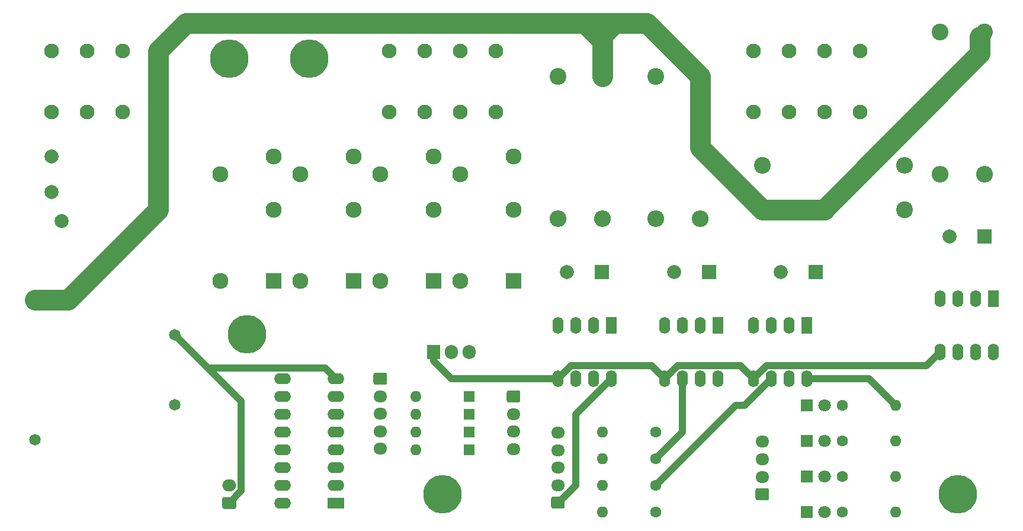
<source format=gbr>
%TF.GenerationSoftware,KiCad,Pcbnew,(5.1.6)-1*%
%TF.CreationDate,2021-09-18T17:58:05+02:00*%
%TF.ProjectId,hamodule,68616d6f-6475-46c6-952e-6b696361645f,rev?*%
%TF.SameCoordinates,Original*%
%TF.FileFunction,Copper,L2,Bot*%
%TF.FilePolarity,Positive*%
%FSLAX46Y46*%
G04 Gerber Fmt 4.6, Leading zero omitted, Abs format (unit mm)*
G04 Created by KiCad (PCBNEW (5.1.6)-1) date 2021-09-18 17:58:05*
%MOMM*%
%LPD*%
G01*
G04 APERTURE LIST*
%TA.AperFunction,ComponentPad*%
%ADD10R,2.400000X1.600000*%
%TD*%
%TA.AperFunction,ComponentPad*%
%ADD11O,2.400000X1.600000*%
%TD*%
%TA.AperFunction,ComponentPad*%
%ADD12O,1.600000X1.600000*%
%TD*%
%TA.AperFunction,ComponentPad*%
%ADD13R,1.600000X1.600000*%
%TD*%
%TA.AperFunction,ComponentPad*%
%ADD14O,1.950000X1.700000*%
%TD*%
%TA.AperFunction,ComponentPad*%
%ADD15C,2.000000*%
%TD*%
%TA.AperFunction,ComponentPad*%
%ADD16R,2.000000X2.000000*%
%TD*%
%TA.AperFunction,ComponentPad*%
%ADD17O,1.600000X2.400000*%
%TD*%
%TA.AperFunction,ComponentPad*%
%ADD18R,1.600000X2.400000*%
%TD*%
%TA.AperFunction,ComponentPad*%
%ADD19O,1.905000X2.000000*%
%TD*%
%TA.AperFunction,ComponentPad*%
%ADD20R,1.905000X2.000000*%
%TD*%
%TA.AperFunction,ComponentPad*%
%ADD21C,1.600000*%
%TD*%
%TA.AperFunction,ComponentPad*%
%ADD22C,1.800000*%
%TD*%
%TA.AperFunction,ComponentPad*%
%ADD23R,1.800000X1.800000*%
%TD*%
%TA.AperFunction,ComponentPad*%
%ADD24O,2.000000X1.700000*%
%TD*%
%TA.AperFunction,ComponentPad*%
%ADD25O,2.400000X2.400000*%
%TD*%
%TA.AperFunction,ComponentPad*%
%ADD26C,2.400000*%
%TD*%
%TA.AperFunction,ComponentPad*%
%ADD27C,1.650000*%
%TD*%
%TA.AperFunction,ComponentPad*%
%ADD28R,1.650000X1.650000*%
%TD*%
%TA.AperFunction,ComponentPad*%
%ADD29C,5.500000*%
%TD*%
%TA.AperFunction,ComponentPad*%
%ADD30C,2.300000*%
%TD*%
%TA.AperFunction,ComponentPad*%
%ADD31R,2.300000X2.300000*%
%TD*%
%TA.AperFunction,ComponentPad*%
%ADD32C,2.100000*%
%TD*%
%TA.AperFunction,Conductor*%
%ADD33C,3.000000*%
%TD*%
%TA.AperFunction,Conductor*%
%ADD34C,2.000000*%
%TD*%
%TA.AperFunction,Conductor*%
%ADD35C,1.000000*%
%TD*%
G04 APERTURE END LIST*
D10*
%TO.P,U1,1*%
%TO.N,GND(5V)*%
X69850000Y-83820000D03*
D11*
%TO.P,U1,9*%
%TO.N,5V+*%
X62230000Y-66040000D03*
%TO.P,U1,2*%
%TO.N,GND(5V)*%
X69850000Y-81280000D03*
%TO.P,U1,10*%
%TO.N,REI1*%
X62230000Y-68580000D03*
%TO.P,U1,3*%
%TO.N,GND(5V)*%
X69850000Y-78740000D03*
%TO.P,U1,11*%
%TO.N,REI2*%
X62230000Y-71120000D03*
%TO.P,U1,4*%
%TO.N,EspRel1*%
X69850000Y-76200000D03*
%TO.P,U1,12*%
%TO.N,REI3*%
X62230000Y-73660000D03*
%TO.P,U1,5*%
%TO.N,EspRel2*%
X69850000Y-73660000D03*
%TO.P,U1,13*%
%TO.N,REI4*%
X62230000Y-76200000D03*
%TO.P,U1,6*%
%TO.N,EspRel3*%
X69850000Y-71120000D03*
%TO.P,U1,14*%
%TO.N,GND(5V)*%
X62230000Y-78740000D03*
%TO.P,U1,7*%
%TO.N,EspRel4*%
X69850000Y-68580000D03*
%TO.P,U1,15*%
%TO.N,GND(5V)*%
X62230000Y-81280000D03*
%TO.P,U1,8*%
X69850000Y-66040000D03*
%TO.P,U1,16*%
X62230000Y-83820000D03*
%TD*%
D12*
%TO.P,D4,2*%
%TO.N,EspRel4*%
X81280000Y-68580000D03*
D13*
%TO.P,D4,1*%
%TO.N,Net-(D4-Pad1)*%
X88900000Y-68580000D03*
%TD*%
D12*
%TO.P,D3,2*%
%TO.N,EspRel3*%
X81280000Y-71120000D03*
D13*
%TO.P,D3,1*%
%TO.N,Net-(D3-Pad1)*%
X88900000Y-71120000D03*
%TD*%
D12*
%TO.P,D2,2*%
%TO.N,EspRel2*%
X81280000Y-73660000D03*
D13*
%TO.P,D2,1*%
%TO.N,Net-(D2-Pad1)*%
X88900000Y-73660000D03*
%TD*%
D12*
%TO.P,D1,2*%
%TO.N,EspRel1*%
X81280000Y-76200000D03*
D13*
%TO.P,D1,1*%
%TO.N,Net-(D1-Pad1)*%
X88900000Y-76200000D03*
%TD*%
D14*
%TO.P,J2,4*%
%TO.N,Net-(D1-Pad1)*%
X95250000Y-76080000D03*
%TO.P,J2,3*%
%TO.N,Net-(D2-Pad1)*%
X95250000Y-73580000D03*
%TO.P,J2,2*%
%TO.N,Net-(D3-Pad1)*%
X95250000Y-71080000D03*
%TO.P,J2,1*%
%TO.N,Net-(D4-Pad1)*%
%TA.AperFunction,ComponentPad*%
G36*
G01*
X94525000Y-67730000D02*
X95975000Y-67730000D01*
G75*
G02*
X96225000Y-67980000I0J-250000D01*
G01*
X96225000Y-69180000D01*
G75*
G02*
X95975000Y-69430000I-250000J0D01*
G01*
X94525000Y-69430000D01*
G75*
G02*
X94275000Y-69180000I0J250000D01*
G01*
X94275000Y-67980000D01*
G75*
G02*
X94525000Y-67730000I250000J0D01*
G01*
G37*
%TD.AperFunction*%
%TD*%
%TO.P,J7,5*%
%TO.N,Net-(J7-Pad5)*%
X101600000Y-73740000D03*
%TO.P,J7,4*%
%TO.N,Net-(J7-Pad4)*%
X101600000Y-76240000D03*
%TO.P,J7,3*%
%TO.N,Net-(J7-Pad3)*%
X101600000Y-78740000D03*
%TO.P,J7,2*%
%TO.N,Net-(J7-Pad2)*%
X101600000Y-81240000D03*
%TO.P,J7,1*%
%TO.N,3.3V+*%
%TA.AperFunction,ComponentPad*%
G36*
G01*
X102325000Y-84590000D02*
X100875000Y-84590000D01*
G75*
G02*
X100625000Y-84340000I0J250000D01*
G01*
X100625000Y-83140000D01*
G75*
G02*
X100875000Y-82890000I250000J0D01*
G01*
X102325000Y-82890000D01*
G75*
G02*
X102575000Y-83140000I0J-250000D01*
G01*
X102575000Y-84340000D01*
G75*
G02*
X102325000Y-84590000I-250000J0D01*
G01*
G37*
%TD.AperFunction*%
%TD*%
D15*
%TO.P,22uF2,2*%
%TO.N,Net-(22uF2-Pad2)*%
X118190000Y-50800000D03*
D16*
%TO.P,22uF2,1*%
%TO.N,Net-(22uF2-Pad1)*%
X123190000Y-50800000D03*
%TD*%
D17*
%TO.P,U4,8*%
%TO.N,3.3V+*%
X124460000Y-66040000D03*
%TO.P,U4,4*%
%TO.N,Net-(R11-Pad2)*%
X116840000Y-58420000D03*
%TO.P,U4,7*%
%TO.N,N/C*%
X121920000Y-66040000D03*
%TO.P,U4,3*%
%TO.N,Net-(22uF2-Pad2)*%
X119380000Y-58420000D03*
%TO.P,U4,6*%
%TO.N,EspSens2*%
X119380000Y-66040000D03*
%TO.P,U4,2*%
%TO.N,Net-(22uF2-Pad1)*%
X121920000Y-58420000D03*
%TO.P,U4,5*%
%TO.N,GND(5V)*%
X116840000Y-66040000D03*
D18*
%TO.P,U4,1*%
%TO.N,Net-(R12-Pad2)*%
X124460000Y-58420000D03*
%TD*%
D17*
%TO.P,U6,8*%
%TO.N,3.3V+*%
X163830000Y-62230000D03*
%TO.P,U6,4*%
%TO.N,Net-(R15-Pad2)*%
X156210000Y-54610000D03*
%TO.P,U6,7*%
%TO.N,N/C*%
X161290000Y-62230000D03*
%TO.P,U6,3*%
%TO.N,Net-(22uF4-Pad2)*%
X158750000Y-54610000D03*
%TO.P,U6,6*%
%TO.N,EspSens4*%
X158750000Y-62230000D03*
%TO.P,U6,2*%
%TO.N,Net-(22uF4-Pad1)*%
X161290000Y-54610000D03*
%TO.P,U6,5*%
%TO.N,GND(5V)*%
X156210000Y-62230000D03*
D18*
%TO.P,U6,1*%
%TO.N,Net-(R16-Pad2)*%
X163830000Y-54610000D03*
%TD*%
D17*
%TO.P,U5,8*%
%TO.N,3.3V+*%
X137160000Y-66040000D03*
%TO.P,U5,4*%
%TO.N,Net-(R13-Pad1)*%
X129540000Y-58420000D03*
%TO.P,U5,7*%
%TO.N,N/C*%
X134620000Y-66040000D03*
%TO.P,U5,3*%
%TO.N,Net-(22uF3-Pad2)*%
X132080000Y-58420000D03*
%TO.P,U5,6*%
%TO.N,EspSens3*%
X132080000Y-66040000D03*
%TO.P,U5,2*%
%TO.N,Net-(22uF3-Pad1)*%
X134620000Y-58420000D03*
%TO.P,U5,5*%
%TO.N,GND(5V)*%
X129540000Y-66040000D03*
D18*
%TO.P,U5,1*%
%TO.N,Net-(R14-Pad1)*%
X137160000Y-58420000D03*
%TD*%
D17*
%TO.P,U3,8*%
%TO.N,3.3V+*%
X109220000Y-66040000D03*
%TO.P,U3,4*%
%TO.N,Net-(R9-Pad2)*%
X101600000Y-58420000D03*
%TO.P,U3,7*%
%TO.N,N/C*%
X106680000Y-66040000D03*
%TO.P,U3,3*%
%TO.N,Net-(22uF1-Pad2)*%
X104140000Y-58420000D03*
%TO.P,U3,6*%
%TO.N,EspSens1*%
X104140000Y-66040000D03*
%TO.P,U3,2*%
%TO.N,Net-(22uF1-Pad1)*%
X106680000Y-58420000D03*
%TO.P,U3,5*%
%TO.N,GND(5V)*%
X101600000Y-66040000D03*
D18*
%TO.P,U3,1*%
%TO.N,Net-(R10-Pad2)*%
X109220000Y-58420000D03*
%TD*%
D19*
%TO.P,U2,3*%
%TO.N,5V+*%
X88900000Y-62230000D03*
%TO.P,U2,2*%
%TO.N,3.3V+*%
X86360000Y-62230000D03*
D20*
%TO.P,U2,1*%
%TO.N,GND(5V)*%
X83820000Y-62230000D03*
%TD*%
D12*
%TO.P,R8,2*%
%TO.N,3.3V+*%
X149860000Y-85090000D03*
D21*
%TO.P,R8,1*%
%TO.N,Net-(D8-Pad2)*%
X142240000Y-85090000D03*
%TD*%
D12*
%TO.P,R7,2*%
%TO.N,3.3V+*%
X149860000Y-80010000D03*
D21*
%TO.P,R7,1*%
%TO.N,Net-(D7-Pad2)*%
X142240000Y-80010000D03*
%TD*%
D12*
%TO.P,R6,2*%
%TO.N,3.3V+*%
X149860000Y-74930000D03*
D21*
%TO.P,R6,1*%
%TO.N,Net-(D6-Pad2)*%
X142240000Y-74930000D03*
%TD*%
D12*
%TO.P,R4,2*%
%TO.N,Net-(J7-Pad2)*%
X107950000Y-85090000D03*
D21*
%TO.P,R4,1*%
%TO.N,EspSens4*%
X115570000Y-85090000D03*
%TD*%
D12*
%TO.P,R3,2*%
%TO.N,Net-(J7-Pad3)*%
X107950000Y-81280000D03*
D21*
%TO.P,R3,1*%
%TO.N,EspSens3*%
X115570000Y-81280000D03*
%TD*%
D12*
%TO.P,R2,2*%
%TO.N,Net-(J7-Pad4)*%
X107950000Y-77470000D03*
D21*
%TO.P,R2,1*%
%TO.N,EspSens2*%
X115570000Y-77470000D03*
%TD*%
D12*
%TO.P,R1,2*%
%TO.N,Net-(J7-Pad5)*%
X107950000Y-73660000D03*
D21*
%TO.P,R1,1*%
%TO.N,EspSens1*%
X115570000Y-73660000D03*
%TD*%
D12*
%TO.P,R5,2*%
%TO.N,3.3V+*%
X149860000Y-69850000D03*
D21*
%TO.P,R5,1*%
%TO.N,Net-(D5-Pad2)*%
X142240000Y-69850000D03*
%TD*%
D14*
%TO.P,J4,5*%
%TO.N,EspRel1*%
X76200000Y-76040000D03*
%TO.P,J4,4*%
%TO.N,EspRel2*%
X76200000Y-73540000D03*
%TO.P,J4,3*%
%TO.N,EspRel3*%
X76200000Y-71040000D03*
%TO.P,J4,2*%
%TO.N,EspRel4*%
X76200000Y-68540000D03*
%TO.P,J4,1*%
%TO.N,3.3V+*%
%TA.AperFunction,ComponentPad*%
G36*
G01*
X75475000Y-65190000D02*
X76925000Y-65190000D01*
G75*
G02*
X77175000Y-65440000I0J-250000D01*
G01*
X77175000Y-66640000D01*
G75*
G02*
X76925000Y-66890000I-250000J0D01*
G01*
X75475000Y-66890000D01*
G75*
G02*
X75225000Y-66640000I0J250000D01*
G01*
X75225000Y-65440000D01*
G75*
G02*
X75475000Y-65190000I250000J0D01*
G01*
G37*
%TD.AperFunction*%
%TD*%
D22*
%TO.P,D8,2*%
%TO.N,Net-(D8-Pad2)*%
X139700000Y-85090000D03*
D23*
%TO.P,D8,1*%
%TO.N,EspSens4*%
X137160000Y-85090000D03*
%TD*%
D22*
%TO.P,D7,2*%
%TO.N,Net-(D7-Pad2)*%
X139700000Y-80010000D03*
D23*
%TO.P,D7,1*%
%TO.N,EspSens3*%
X137160000Y-80010000D03*
%TD*%
D22*
%TO.P,D6,2*%
%TO.N,Net-(D6-Pad2)*%
X139700000Y-74930000D03*
D23*
%TO.P,D6,1*%
%TO.N,EspSens2*%
X137160000Y-74930000D03*
%TD*%
D22*
%TO.P,D5,2*%
%TO.N,Net-(D5-Pad2)*%
X139700000Y-69850000D03*
D23*
%TO.P,D5,1*%
%TO.N,EspSens1*%
X137160000Y-69850000D03*
%TD*%
D15*
%TO.P,22uF4,2*%
%TO.N,Net-(22uF4-Pad2)*%
X157560000Y-45720000D03*
D16*
%TO.P,22uF4,1*%
%TO.N,Net-(22uF4-Pad1)*%
X162560000Y-45720000D03*
%TD*%
D15*
%TO.P,22uF3,2*%
%TO.N,Net-(22uF3-Pad2)*%
X133430000Y-50800000D03*
D16*
%TO.P,22uF3,1*%
%TO.N,Net-(22uF3-Pad1)*%
X138430000Y-50800000D03*
%TD*%
D15*
%TO.P,22uF1,2*%
%TO.N,Net-(22uF1-Pad2)*%
X102870000Y-50800000D03*
D16*
%TO.P,22uF1,1*%
%TO.N,Net-(22uF1-Pad1)*%
X107870000Y-50800000D03*
%TD*%
D14*
%TO.P,J6,4*%
%TO.N,EspSens1*%
X130810000Y-75050000D03*
%TO.P,J6,3*%
%TO.N,EspSens2*%
X130810000Y-77550000D03*
%TO.P,J6,2*%
%TO.N,EspSens3*%
X130810000Y-80050000D03*
%TO.P,J6,1*%
%TO.N,EspSens4*%
%TA.AperFunction,ComponentPad*%
G36*
G01*
X131535000Y-83400000D02*
X130085000Y-83400000D01*
G75*
G02*
X129835000Y-83150000I0J250000D01*
G01*
X129835000Y-81950000D01*
G75*
G02*
X130085000Y-81700000I250000J0D01*
G01*
X131535000Y-81700000D01*
G75*
G02*
X131785000Y-81950000I0J-250000D01*
G01*
X131785000Y-83150000D01*
G75*
G02*
X131535000Y-83400000I-250000J0D01*
G01*
G37*
%TD.AperFunction*%
%TD*%
D24*
%TO.P,J5,2*%
%TO.N,5V+*%
X54610000Y-81280000D03*
%TO.P,J5,1*%
%TO.N,GND(5V)*%
%TA.AperFunction,ComponentPad*%
G36*
G01*
X55360000Y-84630000D02*
X53860000Y-84630000D01*
G75*
G02*
X53610000Y-84380000I0J250000D01*
G01*
X53610000Y-83180000D01*
G75*
G02*
X53860000Y-82930000I250000J0D01*
G01*
X55360000Y-82930000D01*
G75*
G02*
X55610000Y-83180000I0J-250000D01*
G01*
X55610000Y-84380000D01*
G75*
G02*
X55360000Y-84630000I-250000J0D01*
G01*
G37*
%TD.AperFunction*%
%TD*%
D25*
%TO.P,R15,2*%
%TO.N,Net-(R15-Pad2)*%
X156210000Y-36830000D03*
D26*
%TO.P,R15,1*%
%TO.N,Sens4*%
X156210000Y-16510000D03*
%TD*%
D25*
%TO.P,R16,2*%
%TO.N,Net-(R16-Pad2)*%
X162560000Y-36830000D03*
D26*
%TO.P,R16,1*%
%TO.N,220VAC(N)*%
X162560000Y-16510000D03*
%TD*%
D25*
%TO.P,R13,2*%
%TO.N,Sens3*%
X151130000Y-35560000D03*
D26*
%TO.P,R13,1*%
%TO.N,Net-(R13-Pad1)*%
X130810000Y-35560000D03*
%TD*%
D25*
%TO.P,R12,2*%
%TO.N,Net-(R12-Pad2)*%
X121920000Y-43180000D03*
D26*
%TO.P,R12,1*%
%TO.N,220VAC(N)*%
X121920000Y-22860000D03*
%TD*%
D25*
%TO.P,R10,2*%
%TO.N,Net-(R10-Pad2)*%
X107950000Y-43180000D03*
D26*
%TO.P,R10,1*%
%TO.N,220VAC(N)*%
X107950000Y-22860000D03*
%TD*%
D25*
%TO.P,R14,2*%
%TO.N,220VAC(N)*%
X130810000Y-41910000D03*
D26*
%TO.P,R14,1*%
%TO.N,Net-(R14-Pad1)*%
X151130000Y-41910000D03*
%TD*%
D25*
%TO.P,R11,2*%
%TO.N,Net-(R11-Pad2)*%
X115570000Y-43180000D03*
D26*
%TO.P,R11,1*%
%TO.N,Sens2*%
X115570000Y-22860000D03*
%TD*%
D25*
%TO.P,R9,2*%
%TO.N,Net-(R9-Pad2)*%
X101600000Y-43180000D03*
D26*
%TO.P,R9,1*%
%TO.N,Sens1*%
X101600000Y-22860000D03*
%TD*%
D27*
%TO.P,PS1,9*%
%TO.N,GND(5V)*%
X46830000Y-59770000D03*
%TO.P,PS1,7*%
%TO.N,5V+*%
X46830000Y-69770000D03*
%TO.P,PS1,5*%
%TO.N,220VAC(L)*%
X26830000Y-74770000D03*
D28*
%TO.P,PS1,1*%
%TO.N,220VAC(N)*%
X26830000Y-54770000D03*
%TD*%
D29*
%TO.P,H5,1*%
%TO.N,N/C*%
X66040000Y-20320000D03*
%TD*%
%TO.P,H2,1*%
%TO.N,N/C*%
X85090000Y-82550000D03*
%TD*%
%TO.P,H4,1*%
%TO.N,N/C*%
X57150000Y-59690000D03*
%TD*%
%TO.P,H1,1*%
%TO.N,N/C*%
X158750000Y-82550000D03*
%TD*%
%TO.P,H3,1*%
%TO.N,N/C*%
X54610000Y-20320000D03*
%TD*%
D15*
%TO.P,RV1,2*%
%TO.N,220VAC(L)*%
X30640000Y-43520000D03*
%TO.P,RV1,1*%
%TO.N,220VAC(N)*%
X40640000Y-45720000D03*
%TD*%
%TO.P,F1,2*%
%TO.N,220VAC(L)*%
X29210000Y-39370000D03*
%TO.P,F1,1*%
%TO.N,Net-(F1-Pad1)*%
X29210000Y-34290000D03*
%TD*%
D30*
%TO.P,K1,5*%
%TO.N,5V+*%
X53340000Y-52070000D03*
%TO.P,K1,4*%
%TO.N,N/C*%
X53340000Y-36830000D03*
%TO.P,K1,3*%
%TO.N,REO1*%
X60960000Y-34290000D03*
%TO.P,K1,2*%
%TO.N,220VAC(L)*%
X60960000Y-41910000D03*
D31*
%TO.P,K1,1*%
%TO.N,REI1*%
X60960000Y-52070000D03*
%TD*%
D30*
%TO.P,K2,5*%
%TO.N,5V+*%
X64770000Y-52070000D03*
%TO.P,K2,4*%
%TO.N,N/C*%
X64770000Y-36830000D03*
%TO.P,K2,3*%
%TO.N,REO2*%
X72390000Y-34290000D03*
%TO.P,K2,2*%
%TO.N,220VAC(L)*%
X72390000Y-41910000D03*
D31*
%TO.P,K2,1*%
%TO.N,REI2*%
X72390000Y-52070000D03*
%TD*%
D30*
%TO.P,K4,5*%
%TO.N,5V+*%
X87630000Y-52070000D03*
%TO.P,K4,4*%
%TO.N,N/C*%
X87630000Y-36830000D03*
%TO.P,K4,3*%
%TO.N,REO4*%
X95250000Y-34290000D03*
%TO.P,K4,2*%
%TO.N,220VAC(L)*%
X95250000Y-41910000D03*
D31*
%TO.P,K4,1*%
%TO.N,REI4*%
X95250000Y-52070000D03*
%TD*%
D30*
%TO.P,K3,5*%
%TO.N,5V+*%
X76200000Y-52070000D03*
%TO.P,K3,4*%
%TO.N,N/C*%
X76200000Y-36830000D03*
%TO.P,K3,3*%
%TO.N,REO3*%
X83820000Y-34290000D03*
%TO.P,K3,2*%
%TO.N,220VAC(L)*%
X83820000Y-41910000D03*
D31*
%TO.P,K3,1*%
%TO.N,REI3*%
X83820000Y-52070000D03*
%TD*%
D32*
%TO.P,J8,8*%
%TO.N,Sens2*%
X129540000Y-19240000D03*
%TO.P,J8,7*%
X129540000Y-27940000D03*
%TO.P,J8,6*%
%TO.N,Sens1*%
X134620000Y-19240000D03*
%TO.P,J8,5*%
X134620000Y-27940000D03*
%TO.P,J8,4*%
%TO.N,Sens3*%
X139700000Y-19240000D03*
%TO.P,J8,3*%
X139700000Y-27940000D03*
%TO.P,J8,2*%
%TO.N,Sens4*%
X144780000Y-19240000D03*
%TO.P,J8,1*%
X144780000Y-27940000D03*
%TD*%
%TO.P,J3,8*%
%TO.N,Net-(F1-Pad1)*%
X29210000Y-19240000D03*
%TO.P,J3,7*%
X29210000Y-27940000D03*
%TO.P,J3,6*%
%TO.N,N/C*%
X34290000Y-19240000D03*
%TO.P,J3,5*%
X34290000Y-27940000D03*
%TO.P,J3,4*%
X39370000Y-19240000D03*
%TO.P,J3,3*%
X39370000Y-27940000D03*
%TO.P,J3,2*%
%TO.N,220VAC(N)*%
X44450000Y-19240000D03*
%TO.P,J3,1*%
X44450000Y-27940000D03*
%TD*%
%TO.P,J1,8*%
%TO.N,REO1*%
X77470000Y-19240000D03*
%TO.P,J1,7*%
X77470000Y-27940000D03*
%TO.P,J1,6*%
%TO.N,REO2*%
X82550000Y-19240000D03*
%TO.P,J1,5*%
X82550000Y-27940000D03*
%TO.P,J1,4*%
%TO.N,REO3*%
X87630000Y-19240000D03*
%TO.P,J1,3*%
X87630000Y-27940000D03*
%TO.P,J1,2*%
%TO.N,REO4*%
X92710000Y-19240000D03*
%TO.P,J1,1*%
X92710000Y-27940000D03*
%TD*%
D33*
%TO.N,220VAC(N)*%
X44450000Y-41910000D02*
X40640000Y-45720000D01*
X44450000Y-19240000D02*
X44450000Y-41910000D01*
D34*
X48450000Y-15240000D02*
X44450000Y-19240000D01*
X107950000Y-17780000D02*
X105410000Y-15240000D01*
X107950000Y-15240000D02*
X105410000Y-15240000D01*
X105410000Y-15240000D02*
X48450000Y-15240000D01*
X109220000Y-16510000D02*
X110490000Y-15240000D01*
X107950000Y-16510000D02*
X109220000Y-16510000D01*
X107950000Y-17780000D02*
X107950000Y-16510000D01*
X107950000Y-16510000D02*
X107950000Y-15240000D01*
X114300000Y-15240000D02*
X110490000Y-15240000D01*
X110490000Y-15240000D02*
X107950000Y-15240000D01*
X109220000Y-16510000D02*
X107950000Y-17780000D01*
D33*
X105439999Y-15269999D02*
X107950000Y-17780000D01*
X48420001Y-15269999D02*
X105439999Y-15269999D01*
X44450000Y-19240000D02*
X48420001Y-15269999D01*
X107950000Y-17780000D02*
X107950000Y-22860000D01*
X114300000Y-15240000D02*
X121920000Y-22860000D01*
X105410000Y-15240000D02*
X114300000Y-15240000D01*
X121920000Y-33020000D02*
X130810000Y-41910000D01*
X121920000Y-22860000D02*
X121920000Y-33020000D01*
X130810000Y-41910000D02*
X139700000Y-41910000D01*
X161925000Y-19584998D02*
X161925000Y-17145000D01*
X139700000Y-41809998D02*
X161925000Y-19584998D01*
X139700000Y-41910000D02*
X139700000Y-41809998D01*
D34*
X162560000Y-16510000D02*
X161925000Y-17145000D01*
D33*
X31590000Y-54770000D02*
X26830000Y-54770000D01*
X40640000Y-45720000D02*
X31590000Y-54770000D01*
D35*
%TO.N,3.3V+*%
X146050000Y-66040000D02*
X149860000Y-69850000D01*
X137160000Y-66040000D02*
X146050000Y-66040000D01*
X101600000Y-83740000D02*
X101680000Y-83740000D01*
X101680000Y-83740000D02*
X104140000Y-81280000D01*
X104140000Y-71120000D02*
X109220000Y-66040000D01*
X104140000Y-81280000D02*
X104140000Y-71120000D01*
%TO.N,GND(5V)*%
X83820000Y-62230000D02*
X83820000Y-63500000D01*
X83820000Y-63500000D02*
X86360000Y-66040000D01*
X86360000Y-66040000D02*
X101600000Y-66040000D01*
X103500010Y-64139990D02*
X101600000Y-66040000D01*
X114939990Y-64139990D02*
X103500010Y-64139990D01*
X116840000Y-66040000D02*
X114939990Y-64139990D01*
X127639990Y-64139990D02*
X129540000Y-66040000D01*
X118740010Y-64139990D02*
X127639990Y-64139990D01*
X116840000Y-66040000D02*
X118740010Y-64139990D01*
X154300010Y-64139990D02*
X156210000Y-62230000D01*
X129540000Y-66040000D02*
X131440010Y-64139990D01*
X131440010Y-64139990D02*
X154300010Y-64139990D01*
X56310010Y-82079990D02*
X56310010Y-69250010D01*
X54610000Y-83780000D02*
X56310010Y-82079990D01*
X68349990Y-64539990D02*
X51599990Y-64539990D01*
X69850000Y-66040000D02*
X68349990Y-64539990D01*
X51599990Y-64539990D02*
X47505000Y-60445000D01*
X56310010Y-69250010D02*
X47505000Y-60445000D01*
X47505000Y-60445000D02*
X46830000Y-59770000D01*
%TO.N,EspSens2*%
X119380000Y-73660000D02*
X119380000Y-66040000D01*
X115570000Y-77470000D02*
X119380000Y-73660000D01*
%TO.N,EspSens3*%
X115570000Y-81280000D02*
X127000000Y-69850000D01*
X128270000Y-69850000D02*
X132080000Y-66040000D01*
X127000000Y-69850000D02*
X128270000Y-69850000D01*
%TD*%
M02*

</source>
